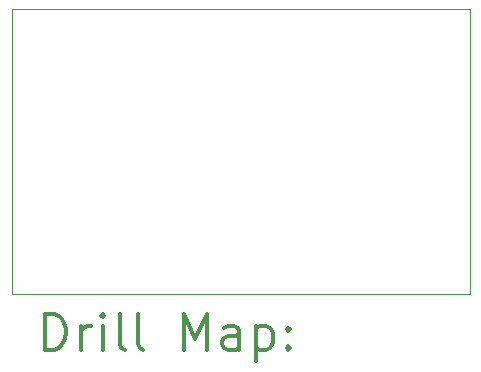
<source format=gbr>
%FSLAX45Y45*%
G04 Gerber Fmt 4.5, Leading zero omitted, Abs format (unit mm)*
G04 Created by KiCad (PCBNEW (5.1.5)-3) date 2022-12-25 19:53:28*
%MOMM*%
%LPD*%
G04 APERTURE LIST*
%TA.AperFunction,Profile*%
%ADD10C,0.100000*%
%TD*%
%ADD11C,0.200000*%
%ADD12C,0.300000*%
G04 APERTURE END LIST*
D10*
X6667500Y-8763000D02*
X10541000Y-8763000D01*
X10541000Y-8763000D02*
X10541000Y-11176000D01*
X6667500Y-11176000D02*
X6667500Y-8763000D01*
X10541000Y-11176000D02*
X6667500Y-11176000D01*
D11*
D12*
X6948928Y-11646714D02*
X6948928Y-11346714D01*
X7020357Y-11346714D01*
X7063214Y-11361000D01*
X7091786Y-11389571D01*
X7106071Y-11418143D01*
X7120357Y-11475286D01*
X7120357Y-11518143D01*
X7106071Y-11575286D01*
X7091786Y-11603857D01*
X7063214Y-11632429D01*
X7020357Y-11646714D01*
X6948928Y-11646714D01*
X7248928Y-11646714D02*
X7248928Y-11446714D01*
X7248928Y-11503857D02*
X7263214Y-11475286D01*
X7277500Y-11461000D01*
X7306071Y-11446714D01*
X7334643Y-11446714D01*
X7434643Y-11646714D02*
X7434643Y-11446714D01*
X7434643Y-11346714D02*
X7420357Y-11361000D01*
X7434643Y-11375286D01*
X7448928Y-11361000D01*
X7434643Y-11346714D01*
X7434643Y-11375286D01*
X7620357Y-11646714D02*
X7591786Y-11632429D01*
X7577500Y-11603857D01*
X7577500Y-11346714D01*
X7777500Y-11646714D02*
X7748928Y-11632429D01*
X7734643Y-11603857D01*
X7734643Y-11346714D01*
X8120357Y-11646714D02*
X8120357Y-11346714D01*
X8220357Y-11561000D01*
X8320357Y-11346714D01*
X8320357Y-11646714D01*
X8591786Y-11646714D02*
X8591786Y-11489571D01*
X8577500Y-11461000D01*
X8548928Y-11446714D01*
X8491786Y-11446714D01*
X8463214Y-11461000D01*
X8591786Y-11632429D02*
X8563214Y-11646714D01*
X8491786Y-11646714D01*
X8463214Y-11632429D01*
X8448928Y-11603857D01*
X8448928Y-11575286D01*
X8463214Y-11546714D01*
X8491786Y-11532429D01*
X8563214Y-11532429D01*
X8591786Y-11518143D01*
X8734643Y-11446714D02*
X8734643Y-11746714D01*
X8734643Y-11461000D02*
X8763214Y-11446714D01*
X8820357Y-11446714D01*
X8848928Y-11461000D01*
X8863214Y-11475286D01*
X8877500Y-11503857D01*
X8877500Y-11589571D01*
X8863214Y-11618143D01*
X8848928Y-11632429D01*
X8820357Y-11646714D01*
X8763214Y-11646714D01*
X8734643Y-11632429D01*
X9006071Y-11618143D02*
X9020357Y-11632429D01*
X9006071Y-11646714D01*
X8991786Y-11632429D01*
X9006071Y-11618143D01*
X9006071Y-11646714D01*
X9006071Y-11461000D02*
X9020357Y-11475286D01*
X9006071Y-11489571D01*
X8991786Y-11475286D01*
X9006071Y-11461000D01*
X9006071Y-11489571D01*
M02*

</source>
